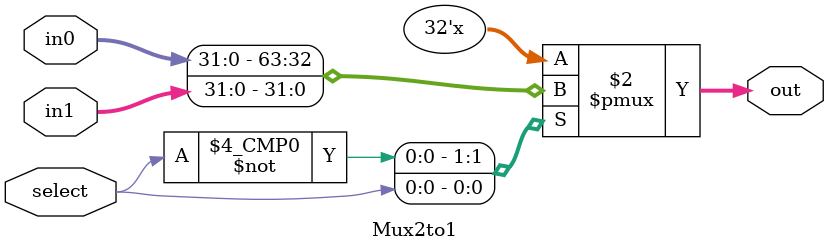
<source format=v>
module Mux2to1 (
    input [31:0] in0,       // Primeira entrada do multiplexador (registrador fonte)
    input [31:0] in1,       // Segunda entrada do multiplexador (imediato estendido)
    input select,           // Sinal de seleção (ALUSrc)
    output reg [31:0] out   // Saída do multiplexador (entrada da ALU)
);

    always @(*) begin
        case (select)
            1'b0: out = in0;  // Seleciona o registrador fonte
            1'b1: out = in1;  // Seleciona o imediato estendido
            default: out = 32'b0; // Valor padrão para evitar latch
        endcase
    end

endmodule
</source>
